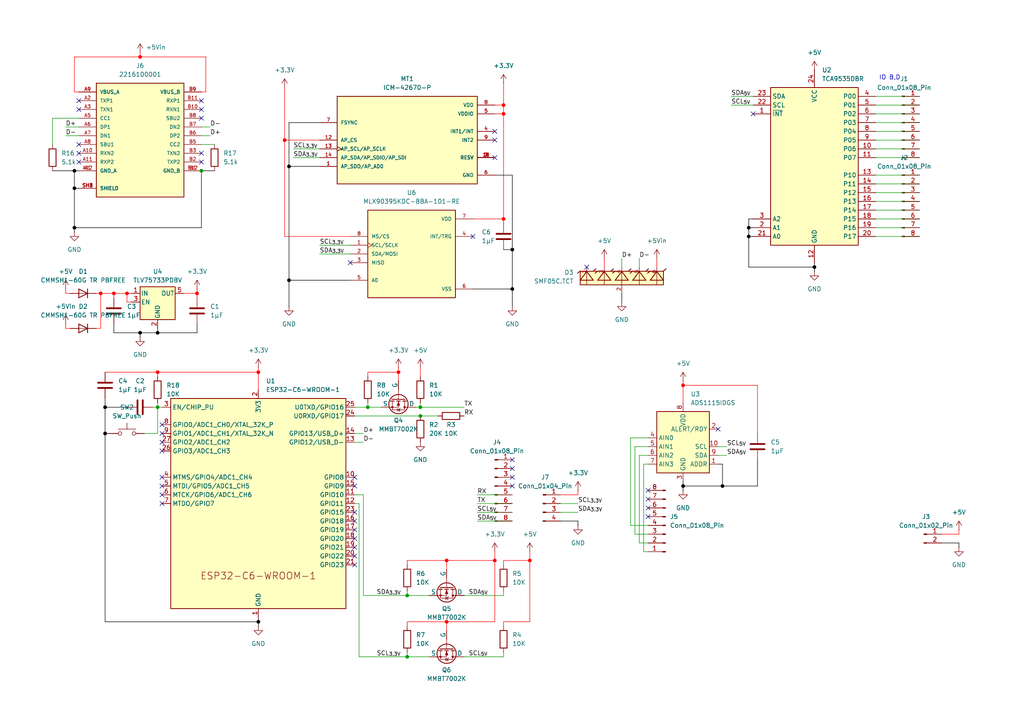
<source format=kicad_sch>
(kicad_sch (version 20250114) (generator "eeschema") (generator_version "9.0")
  (paper "A4")
  (text "IO B,D" (at 258.064 22.606 0) (effects (font (size 1.27 1.27))))
  (junction (at 30.48 125.73) (color 0 0 0 1))
  (junction (at 148.59 83.82) (color 0 0 0 1))
  (junction (at 45.72 107.95) (color 255 0 0 1))
  (junction (at 118.11 172.72))
  (junction (at 198.12 140.97) (color 0 0 0 1))
  (junction (at 74.93 180.34) (color 0 0 0 1))
  (junction (at 21.59 49.53) (color 0 0 0 1))
  (junction (at 36.83 85.09) (color 255 0 0 1))
  (junction (at 129.54 162.56) (color 255 0 0 1))
  (junction (at 148.59 72.39) (color 0 0 0 1))
  (junction (at 198.12 111.76) (color 255 0 0 1))
  (junction (at 118.11 190.5))
  (junction (at 40.64 96.52) (color 0 0 0 1))
  (junction (at 83.82 48.26) (color 0 0 0 1))
  (junction (at 45.72 96.52) (color 0 0 0 1))
  (junction (at 74.93 107.95) (color 255 0 0 1))
  (junction (at 121.92 118.11))
  (junction (at 82.55 40.64) (color 255 0 0 1))
  (junction (at 143.51 162.56) (color 255 0 0 1))
  (junction (at 33.02 85.09) (color 255 0 0 1))
  (junction (at 217.17 68.58) (color 0 0 0 1))
  (junction (at 57.15 85.09) (color 255 0 0 1))
  (junction (at 121.92 120.65))
  (junction (at 106.68 118.11))
  (junction (at 30.48 118.11) (color 0 0 0 1))
  (junction (at 129.54 180.34) (color 255 0 0 1))
  (junction (at 45.72 118.11))
  (junction (at 58.42 49.53))
  (junction (at 146.05 33.02) (color 255 0 0 1))
  (junction (at 153.67 162.56) (color 255 0 0 1))
  (junction (at 29.21 85.09) (color 255 0 0 1))
  (junction (at 21.59 66.04) (color 0 0 0 1))
  (junction (at 83.82 81.28) (color 0 0 0 1))
  (junction (at 40.64 16.51) (color 255 0 0 1))
  (junction (at 146.05 30.48) (color 255 0 0 1))
  (junction (at 217.17 66.04) (color 0 0 0 1))
  (junction (at 209.55 140.97) (color 0 0 0 1))
  (junction (at 146.05 63.5) (color 255 0 0 1))
  (junction (at 236.22 77.47) (color 0 0 0 1))
  (junction (at 115.57 107.95) (color 255 0 0 1))
  (junction (at 21.59 54.61) (color 0 0 0 1))
  (no_connect (at 58.42 29.21))
  (no_connect (at 58.42 46.99))
  (no_connect (at 102.87 138.43))
  (no_connect (at 102.87 156.21))
  (no_connect (at 46.99 143.51))
  (no_connect (at 143.51 45.72))
  (no_connect (at 46.99 130.81))
  (no_connect (at 102.87 153.67))
  (no_connect (at 46.99 138.43))
  (no_connect (at 22.86 29.21))
  (no_connect (at 102.87 140.97))
  (no_connect (at 22.86 44.45))
  (no_connect (at 148.59 135.89))
  (no_connect (at 22.86 31.75))
  (no_connect (at 22.86 41.91))
  (no_connect (at 187.96 144.78))
  (no_connect (at 218.44 33.02))
  (no_connect (at 208.28 124.46))
  (no_connect (at 46.99 140.97))
  (no_connect (at 46.99 125.73))
  (no_connect (at 102.87 151.13))
  (no_connect (at 46.99 146.05))
  (no_connect (at 102.87 158.75))
  (no_connect (at 102.87 163.83))
  (no_connect (at 148.59 138.43))
  (no_connect (at 148.59 133.35))
  (no_connect (at 137.16 68.58))
  (no_connect (at 143.51 40.64))
  (no_connect (at 46.99 123.19))
  (no_connect (at 143.51 38.1))
  (no_connect (at 22.86 46.99))
  (no_connect (at 187.96 149.86))
  (no_connect (at 58.42 31.75))
  (no_connect (at 187.96 147.32))
  (no_connect (at 102.87 148.59))
  (no_connect (at 58.42 44.45))
  (no_connect (at 101.6 76.2))
  (no_connect (at 148.59 140.97))
  (no_connect (at 58.42 34.29))
  (no_connect (at 102.87 161.29))
  (no_connect (at 46.99 128.27))
  (no_connect (at 170.18 77.47))
  (no_connect (at 187.96 142.24))
  (wire (pts (xy 146.05 181.61) (xy 146.05 180.34)) (stroke (width 0) (color 255 0 0 1)))
  (wire (pts (xy 254 68.58) (xy 266.7 68.58)))
  (wire (pts (xy 143.51 33.02) (xy 146.05 33.02)) (stroke (width 0) (color 255 0 0 1)))
  (wire (pts (xy 143.51 160.02) (xy 143.51 162.56)) (stroke (width 0) (color 255 0 0 1)))
  (wire (pts (xy 121.92 118.11) (xy 134.62 118.11)))
  (wire (pts (xy 217.17 68.58) (xy 218.44 68.58)) (stroke (width 0) (color 0 0 0 1)))
  (wire (pts (xy 57.15 96.52) (xy 45.72 96.52)) (stroke (width 0) (color 0 0 0 1)))
  (wire (pts (xy 146.05 180.34) (xy 153.67 180.34)) (stroke (width 0) (color 255 0 0 1)))
  (wire (pts (xy 36.83 85.09) (xy 38.1 85.09)) (stroke (width 0) (color 255 0 0 1)))
  (wire (pts (xy 30.48 180.34) (xy 74.93 180.34)) (stroke (width 0) (color 0 0 0 1)))
  (wire (pts (xy 19.05 83.82) (xy 19.05 85.09)) (stroke (width 0) (color 255 0 0 1)))
  (wire (pts (xy 83.82 48.26) (xy 83.82 81.28)) (stroke (width 0) (color 0 0 0 1)))
  (wire (pts (xy 138.43 148.59) (xy 148.59 148.59)))
  (wire (pts (xy 27.94 95.25) (xy 29.21 95.25)) (stroke (width 0) (color 255 0 0 1)))
  (wire (pts (xy 19.05 36.83) (xy 22.86 36.83)))
  (wire (pts (xy 15.24 34.29) (xy 22.86 34.29)))
  (wire (pts (xy 21.59 26.67) (xy 21.59 16.51)) (stroke (width 0) (color 255 0 0 1)))
  (wire (pts (xy 254 38.1) (xy 266.7 38.1)))
  (wire (pts (xy 209.55 140.97) (xy 219.71 140.97)) (stroke (width 0) (color 0 0 0 1)))
  (wire (pts (xy 162.56 148.59) (xy 167.64 148.59)))
  (wire (pts (xy 106.68 116.84) (xy 106.68 118.11)))
  (wire (pts (xy 217.17 68.58) (xy 217.17 77.47)) (stroke (width 0) (color 0 0 0 1)))
  (wire (pts (xy 208.28 129.54) (xy 210.82 129.54)))
  (wire (pts (xy 105.41 128.27) (xy 102.87 128.27)))
  (wire (pts (xy 153.67 160.02) (xy 153.67 162.56)) (stroke (width 0) (color 255 0 0 1)))
  (wire (pts (xy 219.71 125.73) (xy 219.71 111.76)) (stroke (width 0) (color 255 0 0 1)))
  (wire (pts (xy 162.56 151.13) (xy 167.64 151.13)) (stroke (width 0) (color 0 0 0 1)))
  (wire (pts (xy 190.5 74.93) (xy 190.5 77.47)) (stroke (width 0) (color 255 0 0 1)))
  (wire (pts (xy 45.72 118.11) (xy 46.99 118.11)))
  (wire (pts (xy 83.82 48.26) (xy 92.71 48.26)) (stroke (width 0) (color 0 0 0 1)))
  (wire (pts (xy 105.41 172.72) (xy 118.11 172.72)))
  (wire (pts (xy 30.48 107.95) (xy 45.72 107.95)) (stroke (width 0) (color 255 0 0 1)))
  (wire (pts (xy 118.11 180.34) (xy 129.54 180.34)) (stroke (width 0) (color 255 0 0 1)))
  (wire (pts (xy 57.15 93.98) (xy 57.15 96.52)) (stroke (width 0) (color 0 0 0 1)))
  (wire (pts (xy 30.48 125.73) (xy 30.48 180.34)) (stroke (width 0) (color 0 0 0 1)))
  (wire (pts (xy 21.59 49.53) (xy 22.86 49.53)) (stroke (width 0) (color 0 0 0 1)))
  (wire (pts (xy 57.15 85.09) (xy 57.15 86.36)) (stroke (width 0) (color 255 0 0 1)))
  (wire (pts (xy 254 53.34) (xy 266.7 53.34)))
  (wire (pts (xy 167.64 151.13) (xy 167.64 152.4)) (stroke (width 0) (color 0 0 0 1)))
  (wire (pts (xy 74.93 106.68) (xy 74.93 107.95)) (stroke (width 0) (color 255 0 0 1)))
  (wire (pts (xy 83.82 81.28) (xy 83.82 88.9)) (stroke (width 0) (color 0 0 0 1)))
  (wire (pts (xy 198.12 139.7) (xy 198.12 140.97)) (stroke (width 0) (color 0 0 0 1)))
  (wire (pts (xy 33.02 96.52) (xy 40.64 96.52)) (stroke (width 0) (color 0 0 0 1)))
  (wire (pts (xy 217.17 66.04) (xy 218.44 66.04)) (stroke (width 0) (color 0 0 0 1)))
  (wire (pts (xy 15.24 49.53) (xy 21.59 49.53)) (stroke (width 0) (color 0 0 0 1)))
  (wire (pts (xy 121.92 116.84) (xy 121.92 118.11)))
  (wire (pts (xy 21.59 49.53) (xy 21.59 54.61)) (stroke (width 0) (color 0 0 0 1)))
  (wire (pts (xy 106.68 109.22) (xy 106.68 107.95)) (stroke (width 0) (color 255 0 0 1)))
  (wire (pts (xy 146.05 30.48) (xy 146.05 33.02)) (stroke (width 0) (color 255 0 0 1)))
  (wire (pts (xy 21.59 16.51) (xy 40.64 16.51)) (stroke (width 0) (color 255 0 0 1)))
  (wire (pts (xy 236.22 77.47) (xy 236.22 76.2)) (stroke (width 0) (color 0 0 0 1)))
  (wire (pts (xy 19.05 85.09) (xy 20.32 85.09)) (stroke (width 0) (color 255 0 0 1)))
  (wire (pts (xy 36.83 85.09) (xy 36.83 87.63)) (stroke (width 0) (color 255 0 0 1)))
  (wire (pts (xy 182.88 152.4) (xy 187.96 152.4)))
  (wire (pts (xy 106.68 118.11) (xy 110.49 118.11)))
  (wire (pts (xy 44.45 118.11) (xy 45.72 118.11)))
  (wire (pts (xy 15.24 41.91) (xy 15.24 34.29)))
  (wire (pts (xy 254 30.48) (xy 266.7 30.48)))
  (wire (pts (xy 219.71 133.35) (xy 219.71 140.97)) (stroke (width 0) (color 0 0 0 1)))
  (wire (pts (xy 62.23 49.53) (xy 58.42 49.53)) (stroke (width 0) (color 0 0 0 1)))
  (wire (pts (xy 121.92 106.68) (xy 121.92 109.22)) (stroke (width 0) (color 255 0 0 1)))
  (wire (pts (xy 21.59 54.61) (xy 21.59 66.04)) (stroke (width 0) (color 0 0 0 1)))
  (wire (pts (xy 45.72 107.95) (xy 45.72 109.22)) (stroke (width 0) (color 255 0 0 1)))
  (wire (pts (xy 82.55 40.64) (xy 92.71 40.64)) (stroke (width 0) (color 255 0 0 1)))
  (wire (pts (xy 74.93 180.34) (xy 74.93 179.07)) (stroke (width 0) (color 0 0 0 1)))
  (wire (pts (xy 182.88 127) (xy 182.88 152.4)))
  (wire (pts (xy 254 40.64) (xy 266.7 40.64)))
  (wire (pts (xy 254 33.02) (xy 266.7 33.02)))
  (wire (pts (xy 254 45.72) (xy 266.7 45.72)))
  (wire (pts (xy 208.28 132.08) (xy 210.82 132.08)))
  (wire (pts (xy 217.17 66.04) (xy 217.17 68.58)) (stroke (width 0) (color 0 0 0 1)))
  (wire (pts (xy 36.83 87.63) (xy 38.1 87.63)) (stroke (width 0) (color 255 0 0 1)))
  (wire (pts (xy 118.11 171.45) (xy 118.11 172.72)))
  (wire (pts (xy 254 27.94) (xy 266.7 27.94)))
  (wire (pts (xy 45.72 116.84) (xy 45.72 118.11)))
  (wire (pts (xy 92.71 35.56) (xy 83.82 35.56)) (stroke (width 0) (color 0 0 0 1)))
  (wire (pts (xy 118.11 162.56) (xy 129.54 162.56)) (stroke (width 0) (color 255 0 0 1)))
  (wire (pts (xy 83.82 81.28) (xy 101.6 81.28)) (stroke (width 0) (color 0 0 0 1)))
  (wire (pts (xy 212.09 30.48) (xy 218.44 30.48)))
  (wire (pts (xy 40.64 16.51) (xy 40.64 15.24)) (stroke (width 0) (color 255 0 0 1)))
  (wire (pts (xy 185.42 74.93) (xy 185.42 77.47)))
  (wire (pts (xy 184.15 129.54) (xy 187.96 129.54)))
  (wire (pts (xy 184.15 154.94) (xy 187.96 154.94)))
  (wire (pts (xy 58.42 39.37) (xy 60.96 39.37)))
  (wire (pts (xy 121.92 120.65) (xy 127 120.65)))
  (wire (pts (xy 30.48 118.11) (xy 36.83 118.11)) (stroke (width 0) (color 0 0 0 1)))
  (wire (pts (xy 45.72 118.11) (xy 45.72 125.73)))
  (wire (pts (xy 33.02 85.09) (xy 33.02 86.36)) (stroke (width 0) (color 255 0 0 1)))
  (wire (pts (xy 101.6 68.58) (xy 82.55 68.58)) (stroke (width 0) (color 255 0 0 1)))
  (wire (pts (xy 198.12 140.97) (xy 198.12 142.24)) (stroke (width 0) (color 0 0 0 1)))
  (wire (pts (xy 58.42 26.67) (xy 59.69 26.67)) (stroke (width 0) (color 255 0 0 1)))
  (wire (pts (xy 180.34 85.09) (xy 180.34 87.63)) (stroke (width 0) (color 0 0 0 1)))
  (wire (pts (xy 153.67 162.56) (xy 146.05 162.56)) (stroke (width 0) (color 255 0 0 1)))
  (wire (pts (xy 254 63.5) (xy 266.7 63.5)))
  (wire (pts (xy 22.86 26.67) (xy 21.59 26.67)) (stroke (width 0) (color 255 0 0 1)))
  (wire (pts (xy 180.34 74.93) (xy 180.34 77.47)))
  (wire (pts (xy 146.05 63.5) (xy 146.05 64.77)) (stroke (width 0) (color 255 0 0 1)))
  (wire (pts (xy 254 43.18) (xy 266.7 43.18)))
  (wire (pts (xy 278.13 157.48) (xy 278.13 158.75)) (stroke (width 0) (color 0 0 0 1)))
  (wire (pts (xy 175.26 74.93) (xy 175.26 77.47)) (stroke (width 0) (color 255 0 0 1)))
  (wire (pts (xy 186.69 134.62) (xy 186.69 160.02)))
  (wire (pts (xy 137.16 83.82) (xy 148.59 83.82)) (stroke (width 0) (color 0 0 0 1)))
  (wire (pts (xy 45.72 96.52) (xy 40.64 96.52)) (stroke (width 0) (color 0 0 0 1)))
  (wire (pts (xy 273.05 157.48) (xy 278.13 157.48)) (stroke (width 0) (color 0 0 0 1)))
  (wire (pts (xy 143.51 162.56) (xy 143.51 180.34)) (stroke (width 0) (color 255 0 0 1)))
  (wire (pts (xy 58.42 41.91) (xy 62.23 41.91)))
  (wire (pts (xy 278.13 154.94) (xy 278.13 153.67)) (stroke (width 0) (color 255 0 0 1)))
  (wire (pts (xy 148.59 72.39) (xy 148.59 83.82)) (stroke (width 0) (color 0 0 0 1)))
  (wire (pts (xy 21.59 66.04) (xy 58.42 66.04)) (stroke (width 0) (color 0 0 0 1)))
  (wire (pts (xy 102.87 118.11) (xy 106.68 118.11)))
  (wire (pts (xy 254 66.04) (xy 266.7 66.04)))
  (wire (pts (xy 184.15 129.54) (xy 184.15 154.94)))
  (wire (pts (xy 143.51 180.34) (xy 129.54 180.34)) (stroke (width 0) (color 255 0 0 1)))
  (wire (pts (xy 57.15 83.82) (xy 57.15 85.09)) (stroke (width 0) (color 255 0 0 1)))
  (wire (pts (xy 115.57 106.68) (xy 115.57 107.95)) (stroke (width 0) (color 255 0 0 1)))
  (wire (pts (xy 217.17 77.47) (xy 236.22 77.47)) (stroke (width 0) (color 0 0 0 1)))
  (wire (pts (xy 74.93 180.34) (xy 74.93 181.61)) (stroke (width 0) (color 0 0 0 1)))
  (wire (pts (xy 137.16 63.5) (xy 146.05 63.5)) (stroke (width 0) (color 255 0 0 1)))
  (wire (pts (xy 29.21 85.09) (xy 33.02 85.09)) (stroke (width 0) (color 255 0 0 1)))
  (wire (pts (xy 254 55.88) (xy 266.7 55.88)))
  (wire (pts (xy 182.88 127) (xy 187.96 127)))
  (wire (pts (xy 254 50.8) (xy 266.7 50.8)))
  (wire (pts (xy 19.05 93.98) (xy 19.05 95.25)) (stroke (width 0) (color 255 0 0 1)))
  (wire (pts (xy 212.09 27.94) (xy 218.44 27.94)))
  (wire (pts (xy 187.96 132.08) (xy 185.42 132.08)))
  (wire (pts (xy 92.71 73.66) (xy 101.6 73.66)))
  (wire (pts (xy 134.62 190.5) (xy 146.05 190.5)))
  (wire (pts (xy 254 60.96) (xy 266.7 60.96)))
  (wire (pts (xy 143.51 50.8) (xy 148.59 50.8)) (stroke (width 0) (color 0 0 0 1)))
  (wire (pts (xy 153.67 162.56) (xy 153.67 180.34)) (stroke (width 0) (color 255 0 0 1)))
  (wire (pts (xy 20.32 95.25) (xy 19.05 95.25)) (stroke (width 0) (color 255 0 0 1)))
  (wire (pts (xy 105.41 143.51) (xy 102.87 143.51)))
  (wire (pts (xy 19.05 39.37) (xy 22.86 39.37)))
  (wire (pts (xy 105.41 143.51) (xy 105.41 172.72)))
  (wire (pts (xy 167.64 142.24) (xy 167.64 143.51)) (stroke (width 0) (color 255 0 0 1)))
  (wire (pts (xy 59.69 16.51) (xy 40.64 16.51)) (stroke (width 0) (color 255 0 0 1)))
  (wire (pts (xy 187.96 134.62) (xy 186.69 134.62)))
  (wire (pts (xy 236.22 77.47) (xy 236.22 78.74)) (stroke (width 0) (color 0 0 0 1)))
  (wire (pts (xy 33.02 85.09) (xy 36.83 85.09)) (stroke (width 0) (color 255 0 0 1)))
  (wire (pts (xy 148.59 50.8) (xy 148.59 72.39)) (stroke (width 0) (color 0 0 0 1)))
  (wire (pts (xy 146.05 162.56) (xy 146.05 163.83)) (stroke (width 0) (color 255 0 0 1)))
  (wire (pts (xy 254 58.42) (xy 266.7 58.42)))
  (wire (pts (xy 185.42 132.08) (xy 185.42 157.48)))
  (wire (pts (xy 59.69 26.67) (xy 59.69 16.51)) (stroke (width 0) (color 255 0 0 1)))
  (wire (pts (xy 148.59 83.82) (xy 148.59 88.9)) (stroke (width 0) (color 0 0 0 1)))
  (wire (pts (xy 146.05 24.13) (xy 146.05 30.48)) (stroke (width 0) (color 255 0 0 1)))
  (wire (pts (xy 146.05 190.5) (xy 146.05 189.23)))
  (wire (pts (xy 129.54 180.34) (xy 129.54 182.88)) (stroke (width 0) (color 255 0 0 1)))
  (wire (pts (xy 102.87 125.73) (xy 105.41 125.73)))
  (wire (pts (xy 115.57 107.95) (xy 115.57 110.49)) (stroke (width 0) (color 255 0 0 1)))
  (wire (pts (xy 146.05 72.39) (xy 148.59 72.39)) (stroke (width 0) (color 0 0 0 1)))
  (wire (pts (xy 104.14 190.5) (xy 118.11 190.5)))
  (wire (pts (xy 58.42 49.53) (xy 58.42 66.04)) (stroke (width 0) (color 0 0 0 1)))
  (wire (pts (xy 273.05 154.94) (xy 278.13 154.94)) (stroke (width 0) (color 255 0 0 1)))
  (wire (pts (xy 30.48 125.73) (xy 31.75 125.73)) (stroke (width 0) (color 0 0 0 1)))
  (wire (pts (xy 30.48 118.11) (xy 30.48 125.73)) (stroke (width 0) (color 0 0 0 1)))
  (wire (pts (xy 129.54 162.56) (xy 129.54 165.1)) (stroke (width 0) (color 255 0 0 1)))
  (wire (pts (xy 118.11 181.61) (xy 118.11 180.34)) (stroke (width 0) (color 255 0 0 1)))
  (wire (pts (xy 33.02 93.98) (xy 33.02 96.52)) (stroke (width 0) (color 0 0 0 1)))
  (wire (pts (xy 134.62 172.72) (xy 146.05 172.72)))
  (wire (pts (xy 254 35.56) (xy 266.7 35.56)))
  (wire (pts (xy 102.87 120.65) (xy 121.92 120.65)))
  (wire (pts (xy 138.43 146.05) (xy 148.59 146.05)))
  (wire (pts (xy 82.55 25.4) (xy 82.55 40.64)) (stroke (width 0) (color 255 0 0 1)))
  (wire (pts (xy 217.17 63.5) (xy 217.17 66.04)) (stroke (width 0) (color 0 0 0 1)))
  (wire (pts (xy 218.44 63.5) (xy 217.17 63.5)) (stroke (width 0) (color 0 0 0 1)))
  (wire (pts (xy 118.11 163.83) (xy 118.11 162.56)) (stroke (width 0) (color 255 0 0 1)))
  (wire (pts (xy 162.56 143.51) (xy 167.64 143.51)) (stroke (width 0) (color 255 0 0 1)))
  (wire (pts (xy 41.91 125.73) (xy 45.72 125.73)))
  (wire (pts (xy 198.12 111.76) (xy 198.12 116.84)) (stroke (width 0) (color 255 0 0 1)))
  (wire (pts (xy 104.14 146.05) (xy 104.14 190.5)))
  (wire (pts (xy 83.82 35.56) (xy 83.82 48.26)) (stroke (width 0) (color 0 0 0 1)))
  (wire (pts (xy 45.72 95.25) (xy 45.72 96.52)) (stroke (width 0) (color 0 0 0 1)))
  (wire (pts (xy 146.05 33.02) (xy 146.05 63.5)) (stroke (width 0) (color 255 0 0 1)))
  (wire (pts (xy 106.68 107.95) (xy 115.57 107.95)) (stroke (width 0) (color 255 0 0 1)))
  (wire (pts (xy 82.55 40.64) (xy 82.55 68.58)) (stroke (width 0) (color 255 0 0 1)))
  (wire (pts (xy 138.43 151.13) (xy 148.59 151.13)))
  (wire (pts (xy 146.05 172.72) (xy 146.05 171.45)))
  (wire (pts (xy 53.34 85.09) (xy 57.15 85.09)) (stroke (width 0) (color 255 0 0 1)))
  (wire (pts (xy 27.94 85.09) (xy 29.21 85.09)) (stroke (width 0) (color 255 0 0 1)))
  (wire (pts (xy 118.11 190.5) (xy 124.46 190.5)))
  (wire (pts (xy 74.93 107.95) (xy 74.93 113.03)) (stroke (width 0) (color 255 0 0 1)))
  (wire (pts (xy 85.09 45.72) (xy 92.71 45.72)))
  (wire (pts (xy 58.42 36.83) (xy 60.96 36.83)))
  (wire (pts (xy 104.14 146.05) (xy 102.87 146.05)))
  (wire (pts (xy 118.11 172.72) (xy 124.46 172.72)))
  (wire (pts (xy 186.69 160.02) (xy 187.96 160.02)))
  (wire (pts (xy 29.21 85.09) (xy 29.21 95.25)) (stroke (width 0) (color 255 0 0 1)))
  (wire (pts (xy 45.72 107.95) (xy 74.93 107.95)) (stroke (width 0) (color 255 0 0 1)))
  (wire (pts (xy 209.55 140.97) (xy 198.12 140.97)) (stroke (width 0) (color 0 0 0 1)))
  (wire (pts (xy 129.54 162.56) (xy 143.51 162.56)) (stroke (width 0) (color 255 0 0 1)))
  (wire (pts (xy 208.28 134.62) (xy 209.55 134.62)) (stroke (width 0) (color 0 0 0 1)))
  (wire (pts (xy 21.59 67.31) (xy 21.59 66.04)) (stroke (width 0) (color 0 0 0 1)))
  (wire (pts (xy 143.51 30.48) (xy 146.05 30.48)) (stroke (width 0) (color 255 0 0 1)))
  (wire (pts (xy 21.59 54.61) (xy 22.86 54.61)) (stroke (width 0) (color 0 0 0 1)))
  (wire (pts (xy 92.71 71.12) (xy 101.6 71.12)))
  (wire (pts (xy 209.55 134.62) (xy 209.55 140.97)) (stroke (width 0) (color 0 0 0 1)))
  (wire (pts (xy 185.42 157.48) (xy 187.96 157.48)))
  (wire (pts (xy 198.12 110.49) (xy 198.12 111.76)) (stroke (width 0) (color 255 0 0 1)))
  (wire (pts (xy 40.64 96.52) (xy 40.64 97.79)) (stroke (width 0) (color 0 0 0 1)))
  (wire (pts (xy 219.71 111.76) (xy 198.12 111.76)) (stroke (width 0) (color 255 0 0 1)))
  (wire (pts (xy 138.43 143.51) (xy 148.59 143.51)))
  (wire (pts (xy 162.56 146.05) (xy 167.64 146.05)))
  (wire (pts (xy 118.11 189.23) (xy 118.11 190.5)))
  (wire (pts (xy 30.48 115.57) (xy 30.48 118.11)) (stroke (width 0) (color 0 0 0 1)))
  (wire (pts (xy 85.09 43.18) (xy 92.71 43.18)))
  (wire (pts (xy 120.65 118.11) (xy 121.92 118.11)))
  (label "SCL_{5V}" (at 210.82 129.54 0))
  (label "SCL_{3.3V}" (at 109.22 190.5 0))
  (label "SCL_{5V}" (at 212.09 30.48 0))
  (label "SDA_{3.3V}" (at 92.71 73.66 0))
  (label "SCL_{5V}" (at 135.89 190.5 0))
  (label "D-" (at 19.05 39.37 0))
  (label "D+" (at 180.34 74.93 0))
  (label "SCL_{3.3V}" (at 167.64 146.05 0))
  (label "SDA_{5V}" (at 138.43 151.13 0))
  (label "SCL_{3.3V}" (at 92.71 71.12 0))
  (label "SDA_{5V}" (at 212.09 27.94 0))
  (label "TX" (at 138.43 146.05 0))
  (label "D+" (at 105.41 125.73 0))
  (label "D-" (at 185.42 74.93 0))
  (label "D-" (at 105.41 128.27 0))
  (label "SCL_{3.3V}" (at 85.09 43.18 0))
  (label "SDA_{3.3V}" (at 109.22 172.72 0))
  (label "SDA_{3.3V}" (at 85.09 45.72 0))
  (label "RX" (at 134.62 120.65 0))
  (label "SDA_{3.3V}" (at 167.64 148.59 0))
  (label "SDA_{5V}" (at 210.82 132.08 0))
  (label "SDA_{5V}" (at 135.89 172.72 0))
  (label "RX" (at 138.43 143.51 0))
  (label "D+" (at 60.96 39.37 0))
  (label "SCL_{5V}" (at 138.43 148.59 0))
  (label "D-" (at 60.96 36.83 0))
  (label "TX" (at 134.62 118.11 0))
  (label "D+" (at 19.05 36.83 0))
  (symbol (lib_id "2216100001:2216100001") (at 40.64 39.37 0) (unit 1)
    (property "Reference" "J6" (at 40.64 19.05 0))
    (property "Value" "2216100001" (at 40.64 21.59 0))
    (property "Footprint" "2216100001:MOLEX_2216100001" (effects (hide yes)))
    (property "MF" "Molex" (effects (hide yes)))
    (property "MAXIMUM_PACKAGE_HEIGHT" "3.16 mm" (effects (hide yes)))
    (property "Package" "None" (effects (hide yes)))
    (property "Price" "None" (effects (hide yes)))
    (property "Check_prices" "https://www.snapeda.com/parts/221610-0001/Molex/view-part/?ref=eda" (effects (hide yes)))
    (property "STANDARD" "Manufacturer Recommendations" (effects (hide yes)))
    (property "PARTREV" "A" (effects (hide yes)))
    (property "SnapEDA_Link" "https://www.snapeda.com/parts/221610-0001/Molex/view-part/?ref=snap" (effects (hide yes)))
    (property "MP" "221610-0001" (effects (hide yes)))
    (property "Description_1" "\n                        \n                            USB-C (USB TYPE-C) Receptacle Connector 24 Position Surface Mount, Right Angle\n                        \n" (effects (hide yes)))
    (property "Availability" "In Stock" (effects (hide yes)))
    (property "MANUFACTURER" "Molex" (effects (hide yes)))
  )
  (symbol (lib_id "Device:C") (at 146.05 68.58 180) (unit 1)
    (property "Reference" "C6" (at 139.7 67.31 0) (effects (justify right)))
    (property "Value" "1µF" (at 139.7 69.85 0) (effects (justify right)))
    (property "Footprint" "Capacitor_SMD:C_0603_1608Metric" (effects (hide yes)))
    (property "Description" "Unpolarized capacitor" (effects (hide yes)))
  )
  (symbol (lib_id "Device:D") (at 24.13 85.09 180) (unit 1)
    (property "Reference" "D1" (at 24.13 78.74 0))
    (property "Value" "CMMSH1-60G TR PBFREE" (at 24.13 81.28 0))
    (property "Footprint" "Diode_SMD:D_SOD-123F" (effects (hide yes)))
    (property "Description" "Diode" (effects (hide yes)))
    (property "Sim.Device" "D" (effects (hide yes)))
    (property "Sim.Pins" "1=K 2=A" (effects (hide yes)))
  )
  (symbol (lib_id "power:GND") (at 74.93 181.61 0) (unit 1)
    (property "Reference" "#PWR08" (effects (hide yes)))
    (property "Value" "GND" (at 74.93 186.69 0))
    (property "Description" "Power symbol creates a global label with name \"GND\" , ground" (effects (hide yes)))
  )
  (symbol (lib_id "Device:R") (at 146.05 185.42 180) (unit 1)
    (property "Reference" "R4" (at 148.59 184.1499 0) (effects (justify right)))
    (property "Value" "10K" (at 148.59 186.6899 0) (effects (justify right)))
    (property "Footprint" "Resistor_SMD:R_0603_1608Metric" (effects (hide yes)))
    (property "Description" "Resistor" (effects (hide yes)))
  )
  (symbol (lib_id "power:GND") (at 198.12 142.24 0) (unit 1)
    (property "Reference" "#PWR04" (effects (hide yes)))
    (property "Value" "GND" (at 198.12 147.32 0))
    (property "Description" "Power symbol creates a global label with name \"GND\" , ground" (effects (hide yes)))
  )
  (symbol (lib_id "Device:R") (at 118.11 167.64 180) (unit 1)
    (property "Reference" "R6" (at 120.65 166.3699 0) (effects (justify right)))
    (property "Value" "10K" (at 120.65 168.9099 0) (effects (justify right)))
    (property "Footprint" "Resistor_SMD:R_0603_1608Metric" (effects (hide yes)))
    (property "Description" "Resistor" (effects (hide yes)))
  )
  (symbol (lib_id "Switch:SW_Push") (at 36.83 125.73 0) (unit 1)
    (property "Reference" "SW2" (at 36.83 118.11 0))
    (property "Value" "SW_Push" (at 36.83 120.65 0))
    (property "Footprint" "Button_Switch_THT:SW_PUSH_6mm" (effects (hide yes)))
    (property "Description" "Push button switch, generic, two pins" (effects (hide yes)))
  )
  (symbol (lib_id "ICM-42670-P:ICM-42670-P") (at 118.11 40.64 0) (unit 1)
    (property "Reference" "MT1" (at 118.11 22.86 0))
    (property "Value" "ICM-42670-P" (at 118.11 25.4 0))
    (property "Footprint" "Package_LGA:Bosch_LGA-14_3x2.5mm_P0.5mm" (effects (hide yes)))
    (property "MF" "TDK InvenSense" (effects (hide yes)))
    (property "MAXIMUM_PACKAGE_HEIGHT" "0.81 mm" (effects (hide yes)))
    (property "Package" "None" (effects (hide yes)))
    (property "Price" "None" (effects (hide yes)))
    (property "Check_prices" "https://www.snapeda.com/parts/ICM-42670-P/TDK/view-part/?ref=eda" (effects (hide yes)))
    (property "STANDARD" "Manufacturer Recommendations" (effects (hide yes)))
    (property "PARTREV" "1.1" (effects (hide yes)))
    (property "SnapEDA_Link" "https://www.snapeda.com/parts/ICM-42670-P/TDK/view-part/?ref=snap" (effects (hide yes)))
    (property "MP" "ICM-42670-P" (effects (hide yes)))
    (property "Description_1" "\n                        \n                            Low-Power, Premium Performance 6-Axis MotionTrackingTM IMU with I3C, I2C and SPI interface in 2.5mm x 3mm Package\n                        \n" (effects (hide yes)))
    (property "Availability" "In Stock" (effects (hide yes)))
    (property "MANUFACTURER" "TDK InvenSense" (effects (hide yes)))
  )
  (symbol (lib_id "power:+5V") (at 198.12 110.49 0) (unit 1)
    (property "Reference" "#PWR011" (effects (hide yes)))
    (property "Value" "+5V" (at 198.12 105.41 0))
    (property "Description" "Power symbol creates a global label with name \"+5V\"" (effects (hide yes)))
  )
  (symbol (lib_id "Device:R") (at 121.92 124.46 0) (unit 1)
    (property "Reference" "R2" (at 124.46 123.1899 0) (effects (justify left)))
    (property "Value" "20K" (at 124.46 125.7299 0) (effects (justify left)))
    (property "Footprint" "Resistor_SMD:R_0603_1608Metric" (effects (hide yes)))
    (property "Description" "Resistor" (effects (hide yes)))
  )
  (symbol (lib_id "Simulation_SPICE:NMOS") (at 115.57 115.57 270) (unit 1)
    (property "Reference" "Q4" (at 115.57 121.92 90))
    (property "Value" "MMBT7002K" (at 115.57 124.46 90))
    (property "Footprint" "Package_TO_SOT_SMD:SOT-23" (effects (hide yes)))
    (property "Datasheet" "https://ngspice.sourceforge.io/docs/ngspice-html-manual/manual.xhtml#cha_MOSFETs" (effects (hide yes)))
    (property "Description" "N-MOSFET transistor, drain/source/gate" (effects (hide yes)))
    (property "Sim.Device" "NMOS" (effects (hide yes)))
    (property "Sim.Type" "VDMOS" (effects (hide yes)))
    (property "Sim.Pins" "1=D 2=G 3=S" (effects (hide yes)))
  )
  (symbol (lib_id "Connector:Conn_01x08_Pin") (at 261.62 58.42 0) (unit 1)
    (property "Reference" "J2" (at 262.255 45.72 0))
    (property "Value" "Conn_01x08_Pin" (at 262.255 48.26 0))
    (property "Footprint" "Connector_PinHeader_2.00mm:PinHeader_1x08_P2.00mm_Vertical" (effects (hide yes)))
    (property "Description" "Generic connector, single row, 01x08, script generated" (effects (hide yes)))
  )
  (symbol (lib_id "power:+5VA") (at 190.5 74.93 0) (unit 1)
    (property "Reference" "#PWR025" (effects (hide yes)))
    (property "Value" "+5Vin" (at 190.5 69.85 0))
    (property "Description" "Power symbol creates a global label with name \"+5VA\"" (effects (hide yes)))
  )
  (symbol (lib_id "Connector:Conn_01x08_Pin") (at 143.51 140.97 0) (unit 1)
    (property "Reference" "J4" (at 144.145 128.27 0))
    (property "Value" "Conn_01x08_Pin" (at 144.145 130.81 0))
    (property "Footprint" "Connector_PinHeader_2.00mm:PinHeader_1x08_P2.00mm_Vertical" (effects (hide yes)))
    (property "Description" "Generic connector, single row, 01x08, script generated" (effects (hide yes)))
  )
  (symbol (lib_id "Connector:Conn_01x02_Pin") (at 267.97 154.94 0) (unit 1)
    (property "Reference" "J3" (at 268.605 149.86 0))
    (property "Value" "Conn_01x02_Pin" (at 268.605 152.4 0))
    (property "Footprint" "Connector_PinHeader_2.00mm:PinHeader_1x02_P2.00mm_Vertical" (effects (hide yes)))
    (property "Description" "Generic connector, single row, 01x02, script generated" (effects (hide yes)))
  )
  (symbol (lib_id "power:+3.3V") (at 57.15 83.82 0) (unit 1)
    (property "Reference" "#PWR020" (effects (hide yes)))
    (property "Value" "+3.3V" (at 57.15 78.74 0))
    (property "Description" "Power symbol creates a global label with name \"+3.3V\"" (effects (hide yes)))
  )
  (symbol (lib_id "power:GND") (at 83.82 88.9 0) (unit 1)
    (property "Reference" "#PWR023" (effects (hide yes)))
    (property "Value" "GND" (at 83.82 93.98 0))
    (property "Description" "Power symbol creates a global label with name \"GND\" , ground" (effects (hide yes)))
  )
  (symbol (lib_id "power:+5V") (at 19.05 83.82 0) (unit 1)
    (property "Reference" "#PWR018" (effects (hide yes)))
    (property "Value" "+5V" (at 19.05 78.74 0))
    (property "Description" "Power symbol creates a global label with name \"+5V\"" (effects (hide yes)))
  )
  (symbol (lib_id "power:+5V") (at 175.26 74.93 0) (unit 1)
    (property "Reference" "#PWR024" (effects (hide yes)))
    (property "Value" "+5V" (at 175.26 69.85 0))
    (property "Description" "Power symbol creates a global label with name \"+5V\"" (effects (hide yes)))
  )
  (symbol (lib_id "power:+5V") (at 278.13 153.67 0) (unit 1)
    (property "Reference" "#PWR017" (effects (hide yes)))
    (property "Value" "+5V" (at 278.13 148.59 0))
    (property "Description" "Power symbol creates a global label with name \"+5V\"" (effects (hide yes)))
  )
  (symbol (lib_id "Connector:Conn_01x08_Pin") (at 193.04 152.4 180) (unit 1)
    (property "Reference" "J5" (at 194.31 149.8599 0) (effects (justify right)))
    (property "Value" "Conn_01x08_Pin" (at 194.31 152.3999 0) (effects (justify right)))
    (property "Footprint" "Connector_PinHeader_2.00mm:PinHeader_1x08_P2.00mm_Vertical" (effects (hide yes)))
    (property "Description" "Generic connector, single row, 01x08, script generated" (effects (hide yes)))
  )
  (symbol (lib_id "Device:R") (at 121.92 113.03 0) (unit 1)
    (property "Reference" "R1" (at 124.46 111.7599 0) (effects (justify left)))
    (property "Value" "10K" (at 124.46 114.2999 0) (effects (justify left)))
    (property "Footprint" "Resistor_SMD:R_0603_1608Metric" (effects (hide yes)))
    (property "Description" "Resistor" (effects (hide yes)))
  )
  (symbol (lib_id "power:GND") (at 180.34 87.63 0) (unit 1)
    (property "Reference" "#PWR026" (effects (hide yes)))
    (property "Value" "GND" (at 180.34 92.71 0))
    (property "Description" "Power symbol creates a global label with name \"GND\" , ground" (effects (hide yes)))
  )
  (symbol (lib_id "Device:R") (at 130.81 120.65 90) (unit 1)
    (property "Reference" "R3" (at 130.81 123.19 90))
    (property "Value" "10K" (at 130.81 125.73 90))
    (property "Footprint" "Resistor_SMD:R_0603_1608Metric" (effects (hide yes)))
    (property "Description" "Resistor" (effects (hide yes)))
  )
  (symbol (lib_id "Device:C") (at 40.64 118.11 90) (unit 1)
    (property "Reference" "C2" (at 40.64 110.49 90))
    (property "Value" "1µF" (at 40.64 113.03 90))
    (property "Footprint" "Capacitor_SMD:C_0603_1608Metric" (effects (hide yes)))
    (property "Description" "Unpolarized capacitor" (effects (hide yes)))
  )
  (symbol (lib_id "power:+5VA") (at 40.64 15.24 0) (unit 1)
    (property "Reference" "#PWR09" (effects (hide yes)))
    (property "Value" "+5Vin" (at 45.212 13.716 0))
    (property "Description" "Power symbol creates a global label with name \"+5VA\"" (effects (hide yes)))
  )
  (symbol (lib_id "PCM_Espressif:ESP32-C6-WROOM-1") (at 74.93 146.05 0) (unit 1)
    (property "Reference" "U1" (at 77.1241 110.49 0) (effects (justify left)))
    (property "Value" "ESP32-C6-WROOM-1" (at 77.1241 113.03 0) (effects (justify left)))
    (property "Footprint" "PCM_Espressif:ESP32-C6-WROOM-1" (effects (hide yes)))
    (property "Datasheet" "https://www.espressif.com/sites/default/files/documentation/esp32-c6-wroom-1_wroom-1u_datasheet_en.pdf" (effects (hide yes)))
    (property "Description" "ESP32-C6-WROOM-1/U is a module that supports 2.4 GHz Wi-Fi 6 (802.11 ax), Bluetooth® 5 (LE), Zigbee and Thread (802.15.4)" (effects (hide yes)))
  )
  (symbol (lib_id "Simulation_SPICE:NMOS") (at 129.54 187.96 270) (unit 1)
    (property "Reference" "Q6" (at 129.54 194.31 90))
    (property "Value" "MMBT7002K" (at 129.54 196.85 90))
    (property "Footprint" "Package_TO_SOT_SMD:SOT-23" (effects (hide yes)))
    (property "Datasheet" "https://ngspice.sourceforge.io/docs/ngspice-html-manual/manual.xhtml#cha_MOSFETs" (effects (hide yes)))
    (property "Description" "N-MOSFET transistor, drain/source/gate" (effects (hide yes)))
    (property "Sim.Device" "NMOS" (effects (hide yes)))
    (property "Sim.Type" "VDMOS" (effects (hide yes)))
    (property "Sim.Pins" "1=D 2=G 3=S" (effects (hide yes)))
  )
  (symbol (lib_id "power:GND") (at 278.13 158.75 0) (unit 1)
    (property "Reference" "#PWR016" (effects (hide yes)))
    (property "Value" "GND" (at 278.13 163.83 0))
    (property "Description" "Power symbol creates a global label with name \"GND\" , ground" (effects (hide yes)))
  )
  (symbol (lib_id "power:+3.3V") (at 82.55 25.4 0) (unit 1)
    (property "Reference" "#PWR022" (effects (hide yes)))
    (property "Value" "+3.3V" (at 82.55 20.32 0))
    (property "Description" "Power symbol creates a global label with name \"+3.3V\"" (effects (hide yes)))
  )
  (symbol (lib_id "Device:C") (at 30.48 111.76 180) (unit 1)
    (property "Reference" "C4" (at 34.29 110.4899 0) (effects (justify right)))
    (property "Value" "1µF" (at 34.29 113.0299 0) (effects (justify right)))
    (property "Footprint" "Capacitor_SMD:C_0603_1608Metric" (effects (hide yes)))
    (property "Description" "Unpolarized capacitor" (effects (hide yes)))
  )
  (symbol (lib_id "power:GND") (at 167.64 152.4 0) (unit 1)
    (property "Reference" "#PWR028" (effects (hide yes)))
    (property "Value" "GND" (at 167.64 157.48 0))
    (property "Description" "Power symbol creates a global label with name \"GND\" , ground" (effects (hide yes)))
  )
  (symbol (lib_id "Simulation_SPICE:NMOS") (at 129.54 170.18 270) (unit 1)
    (property "Reference" "Q5" (at 129.54 176.53 90))
    (property "Value" "MMBT7002K" (at 129.54 179.07 90))
    (property "Footprint" "Package_TO_SOT_SMD:SOT-23" (effects (hide yes)))
    (property "Datasheet" "https://ngspice.sourceforge.io/docs/ngspice-html-manual/manual.xhtml#cha_MOSFETs" (effects (hide yes)))
    (property "Description" "N-MOSFET transistor, drain/source/gate" (effects (hide yes)))
    (property "Sim.Device" "NMOS" (effects (hide yes)))
    (property "Sim.Type" "VDMOS" (effects (hide yes)))
    (property "Sim.Pins" "1=D 2=G 3=S" (effects (hide yes)))
  )
  (symbol (lib_id "Device:C") (at 57.15 90.17 0) (unit 1)
    (property "Reference" "C1" (at 60.96 88.8999 0) (effects (justify left)))
    (property "Value" "1µF" (at 60.96 91.4399 0) (effects (justify left)))
    (property "Footprint" "Capacitor_SMD:C_0603_1608Metric" (effects (hide yes)))
    (property "Description" "Unpolarized capacitor" (effects (hide yes)))
  )
  (symbol (lib_id "power:GND") (at 148.59 88.9 0) (unit 1)
    (property "Reference" "#PWR014" (effects (hide yes)))
    (property "Value" "GND" (at 148.59 93.98 0))
    (property "Description" "Power symbol creates a global label with name \"GND\" , ground" (effects (hide yes)))
  )
  (symbol (lib_id "power:GND") (at 40.64 97.79 0) (unit 1)
    (property "Reference" "#PWR021" (effects (hide yes)))
    (property "Value" "GND" (at 40.64 102.87 0))
    (property "Description" "Power symbol creates a global label with name \"GND\" , ground" (effects (hide yes)))
  )
  (symbol (lib_id "power:GND") (at 21.59 67.31 0) (unit 1)
    (property "Reference" "#PWR07" (effects (hide yes)))
    (property "Value" "GND" (at 21.59 72.39 0))
    (property "Description" "Power symbol creates a global label with name \"GND\" , ground" (effects (hide yes)))
  )
  (symbol (lib_id "power:+3.3V") (at 74.93 106.68 0) (unit 1)
    (property "Reference" "#PWR01" (effects (hide yes)))
    (property "Value" "+3.3V" (at 74.93 101.6 0))
    (property "Description" "Power symbol creates a global label with name \"+3.3V\"" (effects (hide yes)))
  )
  (symbol (lib_id "power:+3.3V") (at 115.57 106.68 0) (unit 1)
    (property "Reference" "#PWR02" (effects (hide yes)))
    (property "Value" "+3.3V" (at 115.57 101.6 0))
    (property "Description" "Power symbol creates a global label with name \"+3.3V\"" (effects (hide yes)))
  )
  (symbol (lib_id "Device:R") (at 106.68 113.03 0) (unit 1)
    (property "Reference" "R8" (at 109.22 111.7599 0) (effects (justify left)))
    (property "Value" "10K" (at 109.22 114.2999 0) (effects (justify left)))
    (property "Footprint" "Resistor_SMD:R_0603_1608Metric" (effects (hide yes)))
    (property "Description" "Resistor" (effects (hide yes)))
  )
  (symbol (lib_id "MLX90395KDC-BBA-101-RE:MLX90395KDC-BBA-101-RE") (at 119.38 73.66 0) (unit 1)
    (property "Reference" "U6" (at 119.38 55.88 0))
    (property "Value" "MLX90395KDC-BBA-101-RE" (at 119.38 58.42 0))
    (property "Footprint" "Package_SO:SOIC-8-1EP_3.9x4.9mm_P1.27mm_EP2.29x3mm" (effects (hide yes)))
    (property "MF" "Melexis" (effects (hide yes)))
    (property "MAXIMUM_PACKAGE_HEIGHT" "1.72mm" (effects (hide yes)))
    (property "Package" "SOIC-8-8 Melexis" (effects (hide yes)))
    (property "Price" "None" (effects (hide yes)))
    (property "Check_prices" "https://www.snapeda.com/parts/MLX90395KDC-BBA-101-RE/Melexis/view-part/?ref=eda" (effects (hide yes)))
    (property "STANDARD" "IPC-7351B" (effects (hide yes)))
    (property "PARTREV" "6.0" (effects (hide yes)))
    (property "SnapEDA_Link" "https://www.snapeda.com/parts/MLX90395KDC-BBA-101-RE/Melexis/view-part/?ref=snap" (effects (hide yes)))
    (property "MP" "MLX90395KDC-BBA-101-RE" (effects (hide yes)))
    (property "Description_1" "\n                        \n                            MLX90395BBA.SOIC8.clover_120mT\n                        \n" (effects (hide yes)))
    (property "Availability" "In Stock" (effects (hide yes)))
    (property "MANUFACTURER" "Melexis" (effects (hide yes)))
  )
  (symbol (lib_id "power:+3.3V") (at 143.51 160.02 0) (unit 1)
    (property "Reference" "#PWR03" (effects (hide yes)))
    (property "Value" "+3.3V" (at 143.51 154.94 0))
    (property "Description" "Power symbol creates a global label with name \"+3.3V\"" (effects (hide yes)))
  )
  (symbol (lib_id "power:GND") (at 236.22 78.74 0) (unit 1)
    (property "Reference" "#PWR010" (effects (hide yes)))
    (property "Value" "GND" (at 236.22 83.82 0))
    (property "Description" "Power symbol creates a global label with name \"GND\" , ground" (effects (hide yes)))
  )
  (symbol (lib_id "Device:C") (at 33.02 90.17 0) (unit 1)
    (property "Reference" "C3" (at 36.83 88.8999 0) (effects (justify left)))
    (property "Value" "1µF" (at 36.83 91.4399 0) (effects (justify left)))
    (property "Footprint" "Capacitor_SMD:C_0603_1608Metric" (effects (hide yes)))
    (property "Description" "Unpolarized capacitor" (effects (hide yes)))
  )
  (symbol (lib_id "power:+5V") (at 153.67 160.02 0) (unit 1)
    (property "Reference" "#PWR012" (effects (hide yes)))
    (property "Value" "+5V" (at 153.67 154.94 0))
    (property "Description" "Power symbol creates a global label with name \"+5V\"" (effects (hide yes)))
  )
  (symbol (lib_id "Device:C") (at 219.71 129.54 180) (unit 1)
    (property "Reference" "C5" (at 223.52 128.2699 0) (effects (justify right)))
    (property "Value" "1µF" (at 223.52 130.8099 0) (effects (justify right)))
    (property "Footprint" "Capacitor_SMD:C_0603_1608Metric" (effects (hide yes)))
    (property "Description" "Unpolarized capacitor" (effects (hide yes)))
  )
  (symbol (lib_id "power:GND") (at 121.92 128.27 0) (unit 1)
    (property "Reference" "#PWR06" (effects (hide yes)))
    (property "Value" "GND" (at 121.92 133.35 0))
    (property "Description" "Power symbol creates a global label with name \"GND\" , ground" (effects (hide yes)))
  )
  (symbol (lib_id "power:+5VA") (at 19.05 93.98 0) (unit 1)
    (property "Reference" "#PWR019" (effects (hide yes)))
    (property "Value" "+5Vin" (at 19.05 88.9 0))
    (property "Description" "Power symbol creates a global label with name \"+5VA\"" (effects (hide yes)))
  )
  (symbol (lib_id "Connector:Conn_01x04_Pin") (at 157.48 146.05 0) (unit 1)
    (property "Reference" "J7" (at 158.115 138.43 0))
    (property "Value" "Conn_01x04_Pin" (at 158.115 140.97 0))
    (property "Footprint" "Connector_PinHeader_2.00mm:PinHeader_1x04_P2.00mm_Vertical" (effects (hide yes)))
    (property "Description" "Generic connector, single row, 01x04, script generated" (effects (hide yes)))
  )
  (symbol (lib_id "power:+5V") (at 121.92 106.68 0) (unit 1)
    (property "Reference" "#PWR05" (effects (hide yes)))
    (property "Value" "+5V" (at 121.92 101.6 0))
    (property "Description" "Power symbol creates a global label with name \"+5V\"" (effects (hide yes)))
  )
  (symbol (lib_id "Device:D") (at 24.13 95.25 180) (unit 1)
    (property "Reference" "D2" (at 24.13 88.9 0))
    (property "Value" "CMMSH1-60G TR PBFREE" (at 24.13 91.44 0))
    (property "Footprint" "Diode_SMD:D_SOD-123F" (effects (hide yes)))
    (property "Description" "Diode" (effects (hide yes)))
    (property "Sim.Device" "D" (effects (hide yes)))
    (property "Sim.Pins" "1=K 2=A" (effects (hide yes)))
  )
  (symbol (lib_id "Connector:Conn_01x08_Pin") (at 261.62 35.56 0) (unit 1)
    (property "Reference" "J1" (at 262.255 22.86 0))
    (property "Value" "Conn_01x08_Pin" (at 262.255 25.4 0))
    (property "Footprint" "Connector_PinHeader_2.00mm:PinHeader_1x08_P2.00mm_Vertical" (effects (hide yes)))
    (property "Description" "Generic connector, single row, 01x08, script generated" (effects (hide yes)))
  )
  (symbol (lib_id "power:+3.3V") (at 167.64 142.24 0) (unit 1)
    (property "Reference" "#PWR027" (effects (hide yes)))
    (property "Value" "+3.3V" (at 167.64 137.16 0))
    (property "Description" "Power symbol creates a global label with name \"+3.3V\"" (effects (hide yes)))
  )
  (symbol (lib_id "Analog_ADC:ADS1115IDGS") (at 198.12 129.54 0) (unit 1)
    (property "Reference" "U3" (at 200.3141 114.3 0) (effects (justify left)))
    (property "Value" "ADS1115IDGS" (at 200.3141 116.84 0) (effects (justify left)))
    (property "Footprint" "Package_SO:TSSOP-10_3x3mm_P0.5mm" (effects (hide yes)))
    (property "Datasheet" "http://www.ti.com/lit/ds/symlink/ads1113.pdf" (effects (hide yes)))
    (property "Description" "Ultra-Small, Low-Power, I2C-Compatible, 860-SPS, 16-Bit ADCs With Internal Reference, Oscillator, and Programmable Comparator, VSSOP-10" (effects (hide yes)))
  )
  (symbol (lib_id "Device:R") (at 45.72 113.03 0) (unit 1)
    (property "Reference" "R18" (at 48.26 111.7599 0) (effects (justify left)))
    (property "Value" "10K" (at 48.26 114.2999 0) (effects (justify left)))
    (property "Footprint" "Resistor_SMD:R_0603_1608Metric" (effects (hide yes)))
    (property "Description" "Resistor" (effects (hide yes)))
  )
  (symbol (lib_id "Device:R") (at 15.24 45.72 180) (unit 1)
    (property "Reference" "R16" (at 17.78 44.4499 0) (effects (justify right)))
    (property "Value" "5.1k" (at 17.78 46.9899 0) (effects (justify right)))
    (property "Footprint" "Resistor_SMD:R_0603_1608Metric" (effects (hide yes)))
    (property "Description" "Resistor" (effects (hide yes)))
  )
  (symbol (lib_id "Device:R") (at 146.05 167.64 180) (unit 1)
    (property "Reference" "R5" (at 148.59 166.3699 0) (effects (justify right)))
    (property "Value" "10K" (at 148.59 168.9099 0) (effects (justify right)))
    (property "Footprint" "Resistor_SMD:R_0603_1608Metric" (effects (hide yes)))
    (property "Description" "Resistor" (effects (hide yes)))
  )
  (symbol (lib_id "SMF05C.TCT:SMF05C.TCT") (at 177.8 80.01 0) (unit 1)
    (property "Reference" "D3" (at 166.37 79.0256 0) (effects (justify right)))
    (property "Value" "SMF05C.TCT" (at 166.37 81.5656 0) (effects (justify right)))
    (property "Footprint" "Package_TO_SOT_SMD:Vishay_PowerPAK_SC70-6L_Dual" (effects (hide yes)))
    (property "MF" "Semtech" (effects (hide yes)))
    (property "Description_1" "\n                        \n                            12.5V Clamp 8A (8/20µs) Ipp Tvs Diode Surface Mount SC-70-6\n                        \n" (effects (hide yes)))
    (property "Package" "SC-70-6 Semtech" (effects (hide yes)))
    (property "Price" "None" (effects (hide yes)))
    (property "SnapEDA_Link" "https://www.snapeda.com/parts/SMF05C.TCT/Semtech/view-part/?ref=snap" (effects (hide yes)))
    (property "MP" "SMF05C.TCT" (effects (hide yes)))
    (property "Availability" "In Stock" (effects (hide yes)))
    (property "Check_prices" "https://www.snapeda.com/parts/SMF05C.TCT/Semtech/view-part/?ref=eda" (effects (hide yes)))
  )
  (symbol (lib_id "Interface_Expansion:TCA9535DBR") (at 236.22 48.26 0) (unit 1)
    (property "Reference" "U2" (at 238.4141 20.32 0) (effects (justify left)))
    (property "Value" "TCA9535DBR" (at 238.4141 22.86 0) (effects (justify left)))
    (property "Footprint" "Package_SO:TSSOP-24_4.4x7.8mm_P0.65mm" (effects (hide yes)))
    (property "Datasheet" "http://www.ti.com/lit/ds/symlink/tca9535.pdf" (effects (hide yes)))
    (property "Description" "16-bit I/O expander, I2C and SMBus interface, interrupts, w/o pull-ups, SSOP-24" (effects (hide yes)))
  )
  (symbol (lib_id "power:+3.3V") (at 146.05 24.13 0) (unit 1)
    (property "Reference" "#PWR015" (effects (hide yes)))
    (property "Value" "+3.3V" (at 146.05 19.05 0))
    (property "Description" "Power symbol creates a global label with name \"+3.3V\"" (effects (hide yes)))
  )
  (symbol (lib_id "Device:R") (at 118.11 185.42 180) (unit 1)
    (property "Reference" "R7" (at 120.65 184.1499 0) (effects (justify right)))
    (property "Value" "10K" (at 120.65 186.6899 0) (effects (justify right)))
    (property "Footprint" "Resistor_SMD:R_0603_1608Metric" (effects (hide yes)))
    (property "Description" "Resistor" (effects (hide yes)))
  )
  (symbol (lib_id "Regulator_Linear:TLV75733PDBV") (at 45.72 87.63 0) (unit 1)
    (property "Reference" "U4" (at 45.72 78.74 0))
    (property "Value" "TLV75733PDBV" (at 45.72 81.28 0))
    (property "Footprint" "Package_TO_SOT_SMD:SOT-23-5" (effects (hide yes)))
    (property "Datasheet" "https://www.ti.com/lit/ds/symlink/tlv757p.pdf" (effects (hide yes)))
    (property "Description" "1A Low IQ Small Size Low Dropout Voltage Regulator, Fixed Output 3.3V, SOT-23-5" (effects (hide yes)))
  )
  (symbol (lib_id "Device:R") (at 62.23 45.72 180) (unit 1)
    (property "Reference" "R17" (at 64.77 44.4499 0) (effects (justify right)))
    (property "Value" "5.1k" (at 64.77 46.9899 0) (effects (justify right)))
    (property "Footprint" "Resistor_SMD:R_0603_1608Metric" (effects (hide yes)))
    (property "Description" "Resistor" (effects (hide yes)))
  )
  (symbol (lib_id "power:+5V") (at 236.22 20.32 0) (unit 1)
    (property "Reference" "#PWR013" (effects (hide yes)))
    (property "Value" "+5V" (at 236.22 15.24 0))
    (property "Description" "Power symbol creates a global label with name \"+5V\"" (effects (hide yes)))
  )
)
</source>
